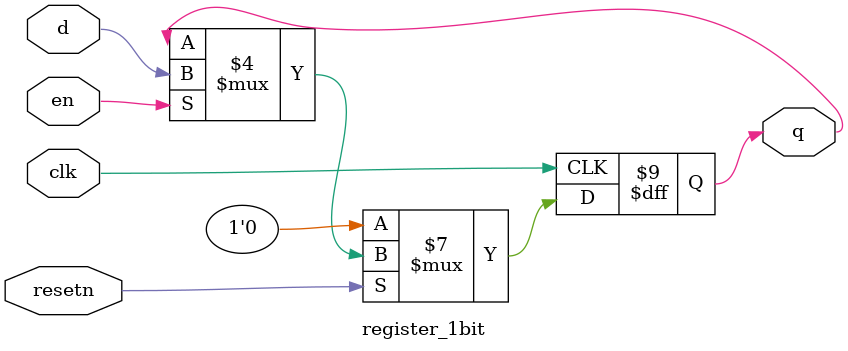
<source format=v>
`define VAL 31
`define WIDTH 32
`define NUMREGS 32
`define LOG2NUMREGS 5
`define PC_WIDTH 30
`define I_DATAWIDTH 32
`define I_ADDRESSWIDTH 14
`define I_SIZE 16384
`define D_ADDRESSWIDTH 32
`define DM_DATAWIDTH 32
`define DM_BYTEENAWIDTH 4
`define DM_ADDRESSWIDTH 10
`define DM_SIZE 16384
`define     OP_SPECIAL       6'b000000
`define     OP_REGIMM        6'b000001
`define     OP_J             6'b000010
`define     OP_JAL           6'b000011
`define     OP_BEQ           6'b000100
`define     OP_BNE           6'b000101
`define     OP_BLEZ          6'b000110
`define     OP_BGTZ          6'b000111
`define     OP_ADDI          6'b001000
`define     OP_ADDIU         6'b001001
`define     OP_SLTI          6'b001010
`define     OP_SLTIU         6'b001011
`define     OP_ANDI          6'b001100
`define     OP_ORI           6'b001101
`define     OP_XORI          6'b001110
`define     OP_LUI           6'b001111
`define     OP_LB            6'b100000
`define     OP_LH            6'b100001
`define     OP_LWL           6'b100010
`define     OP_LW            6'b100011
`define     OP_LBU           6'b100100
`define     OP_LHU           6'b100101
`define     OP_LWR           6'b100110
`define     OP_SB            6'b101100
`define     OP_SH            6'b101101
`define     OP_SWL           6'b101010
`define     OP_SW            6'b101111
`define     OP_SWR           6'b101110
`define     FUNC_SLL         6'b000000
`define     FUNC_SRL         6'b000010
`define     FUNC_SRA         6'b000011
`define     FUNC_SLLV        6'b000100
`define     FUNC_SRLV        6'b000110
`define     FUNC_SRAV        6'b000111
`define     FUNC_JR          6'b001110
`define     FUNC_JALR        6'b001111
`define     FUNC_MFHI        6'b110100
`define     FUNC_MTHI        6'b110101
`define     FUNC_MFLO        6'b110110
`define     FUNC_MTLO        6'b110111
`define     FUNC_MULT        6'b111100
`define     FUNC_MULTU       6'b111101
`define     FUNC_DIV         6'b111110
`define     FUNC_DIVU        6'b111111
`define     FUNC_ADD         6'b100000
`define     FUNC_ADDU        6'b100001
`define     FUNC_SUB         6'b100010
`define     FUNC_SUBU        6'b100011
`define     FUNC_AND         6'b100100
`define     FUNC_OR          6'b100101
`define     FUNC_XOR         6'b100110
`define     FUNC_NOR         6'b100111
`define     FUNC_SLT         6'b101010
`define     FUNC_SLTU        6'b101011
`define     FUNC_BLTZ        1'b0
`define     FUNC_BGEZ        1'b1
`define     OP_COP2        6'b010010
`define     COP2_FUNC_CFC2      6'b111000
`define     COP2_FUNC_CTC2      6'b111010
`define     COP2_FUNC_MTC2      6'b111011
`define     FUNC_BLTZ        5'b00000
`define     FUNC_BGEZ        5'b00001
`define     FUNC_BLTZAL      5'b10000
`define     FUNC_BGEZAL      5'b10001
`define SIMULATION_MEMORY
//`define WIDTH 32
//`define WIDTH 32
//`define WIDTH 32
//`define WIDTH 32
//`define WIDTH 32
//`define WIDTH 32
//`define WIDTH 32
//`define WIDTH 32
//`define WIDTH 32
//`define WIDTH 32
//`define WIDTH 32
//`define WIDTH 32

module ifetch(
	clk,
	resetn,
	boot_iaddr, 
	boot_idata, 
	boot_iwe,
	load,
	load_data,
	op,
	we,
	squashn,
	en,
	pc_out,
	instr,
	opcode,
	func,
	rs,
	rt,
	rd,
	instr_index,
	offset,
	sa,
	next_pc
);

//parameter PC_WIDTH=30;
//parameter I_DATAWIDTH=32;
//parameter I_ADDRESSWIDTH=14;
//parameter I_SIZE=16384;

input [31:0] boot_iaddr;
input [31:0] boot_idata;
input boot_iwe;

input clk;
input resetn;
input en;     // PC increment enable
input we;     // PC write enable
input squashn;// squash fetch
input op;     // determines if conditional or unconditional branch
input load;
input [`I_DATAWIDTH-1:0] load_data;
output [`I_DATAWIDTH-1:0] pc_out;   // output pc + 1 shifted left 2 bits
output [`PC_WIDTH-1:0] next_pc;
output [31:26] opcode;
output [25:21] rs;
output [20:16] rt;
output [15:11] rd;
output [10:6] sa;
output [15:0] offset;
output [25:0] instr_index;
output [5:0] func;
output [`I_DATAWIDTH-1:0] instr;


wire [`PC_WIDTH-1:0] pc_plus_1;
wire [`PC_WIDTH-1:0] pc;
assign pc_plus_1 = pc;
wire ctrl_load;
wire out_of_sync;

assign ctrl_load=(load&~op|op);
wire notresetn;
assign notresetn = ~resetn;
wire count_en;
assign count_en = (~ctrl_load)&~out_of_sync;
wire counter_en;
assign counter_en = en | we;
wire [32:2] reg_load_data;

assign reg_load_data = load_data [31:2];

wire reg_d;
wire reg_en;
assign reg_d = (we&(~en)&(squashn));
assign reg_en = en|we;


register_1bit sync_pcs_up( reg_d, clk, resetn,reg_en, out_of_sync);

wire wren1;
assign wren1 = 1'b0;
wire [9:0] next_pc_wire;
assign next_pc_wire = next_pc [9:0];

wire [31:0]dummyout2;

defparam imem_replace.ADDR_WIDTH = 10;
defparam imem_replace.DATA_WIDTH = `I_DATAWIDTH;
dual_port_ram imem_replace(
	.clk (clk),
	.we1(wren1),
	.we2(boot_iwe),
	.data1(load_data),
	.data2(boot_idata),
	.out1(instr),
	.out2(dummyout2),
	.addr1(next_pc_wire),
	.addr2(boot_iaddr[9:0])
);

wire [31:0] dummyin1;
assign dummyin1 = 32'b00000000000000000000000000000000;

dummy_counter pc_reg ((reg_load_data),(clk),(counter_en),(count_en),(notresetn),(ctrl_load),(pc));
assign pc_out [31:2] = pc_plus_1;
assign pc_out [1:0] = 2'b00;

assign next_pc = ctrl_load ? load_data[31:2] : pc_plus_1;
assign opcode=instr[31:26];
assign rs=instr[25:21];
assign rt=instr[20:16];
assign rd=instr[15:11];
assign sa=instr[10:6];
assign offset=instr[15:0]; 
assign instr_index=instr[25:0];
assign func=instr[5:0];

//Odin II does not recognize that boot_iaddr 
//is being used to write data when system 
//is given 1'b1 on the boot_iwe wire so is
//is assigned to an unused wire which is 
//later dropped by the optimizer.
wire NoUse;
assign NoUse = ( |boot_iaddr );

endmodule
module dummy_counter (
	data,
	clock,
	clk_en,
	cnt_en,
	aset,
	sload,
	q
);

input [31:2] data;
input clock;
input clk_en;
input cnt_en;
input aset;
input sload;
output [`PC_WIDTH-1:0] q;
reg [`PC_WIDTH-1:0] q;

wire [2:0] sload_cnten_aset;
assign sload_cnten_aset [0] = sload;
assign sload_cnten_aset [1] = cnt_en;
assign sload_cnten_aset [2] = aset;

always @ (posedge clock)

//if (cnt_en == 1)
//q <= q+1;
begin

case (sload_cnten_aset)
	3'b000:
		q <= q;
	3'b011:
		q <= q;
	3'b110:
		q <= q;
	3'b111:
		q <= q;
	3'b101:
		q <= q;
	3'b100: 
		q <= data;
	3'b010:
	begin
		if (clk_en) 
			q <= q+1;
		else
			q <= q;
		end
	3'b001:
		q <= 29'b00000000000000000000000000000;
	default:
		q <= q;
endcase
end
endmodule
module dual_port_ram(
clk,
addr1,
addr2,
data1,
data2,
we1,
we2,
out1,
out2
);

parameter DATA_WIDTH = 256;
parameter ADDR_WIDTH = 10;
input clk;
input [ADDR_WIDTH-1:0] addr1;
input [ADDR_WIDTH-1:0] addr2;
input [DATA_WIDTH-1:0] data1;
input [DATA_WIDTH-1:0] data2;
input we1;
input we2;
output reg [DATA_WIDTH-1:0] out1;
output reg [DATA_WIDTH-1:0] out2;

reg [DATA_WIDTH-1:0] ram[ADDR_WIDTH-1:0];

always @(posedge clk) begin
  if (we1) begin
    ram[addr1] <= data1;
  end
  else begin
    out1 <= ram[addr1];
  end
end

always @(posedge clk) begin
  if (we2) begin
    ram [addr2] <= data2;
  end
  else begin
    out2 <= ram[addr2];
  end
end

endmodule
module register_1bit(
	d,
	clk,
	resetn,
	en,
	q
);

//parameter WIDTH=32;

input clk;
input resetn;
input en;
input  d;
output q;
reg q;

always @(posedge clk )		
begin
	if (resetn==0)
		q<=0;
	else if (en==1)
		q<=d;
end

endmodule

</source>
